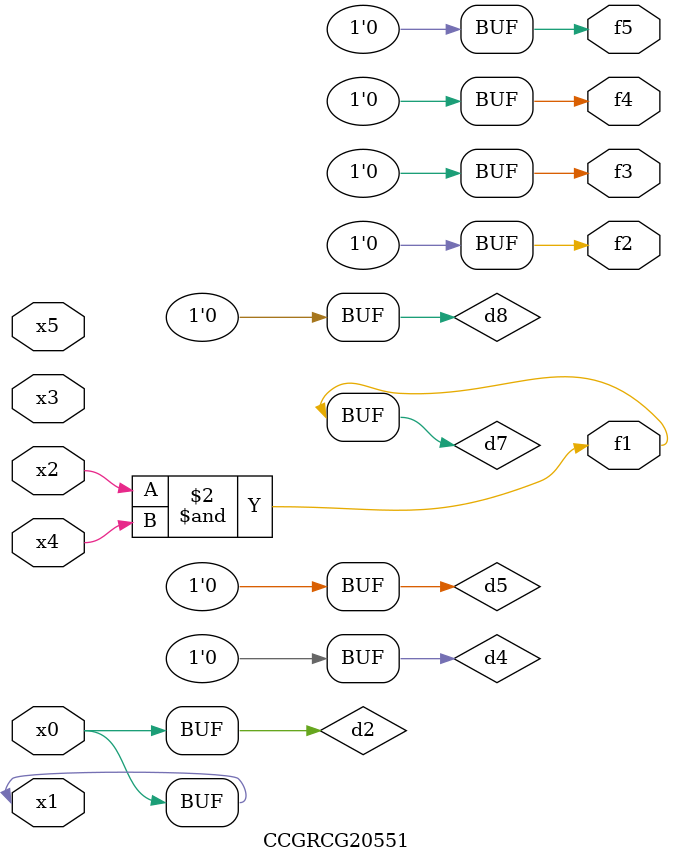
<source format=v>
module CCGRCG20551(
	input x0, x1, x2, x3, x4, x5,
	output f1, f2, f3, f4, f5
);

	wire d1, d2, d3, d4, d5, d6, d7, d8, d9;

	nand (d1, x1);
	buf (d2, x0, x1);
	nand (d3, x2, x4);
	and (d4, d1, d2);
	and (d5, d1, d2);
	nand (d6, d1, d3);
	not (d7, d3);
	xor (d8, d5);
	nor (d9, d5, d6);
	assign f1 = d7;
	assign f2 = d8;
	assign f3 = d8;
	assign f4 = d8;
	assign f5 = d8;
endmodule

</source>
